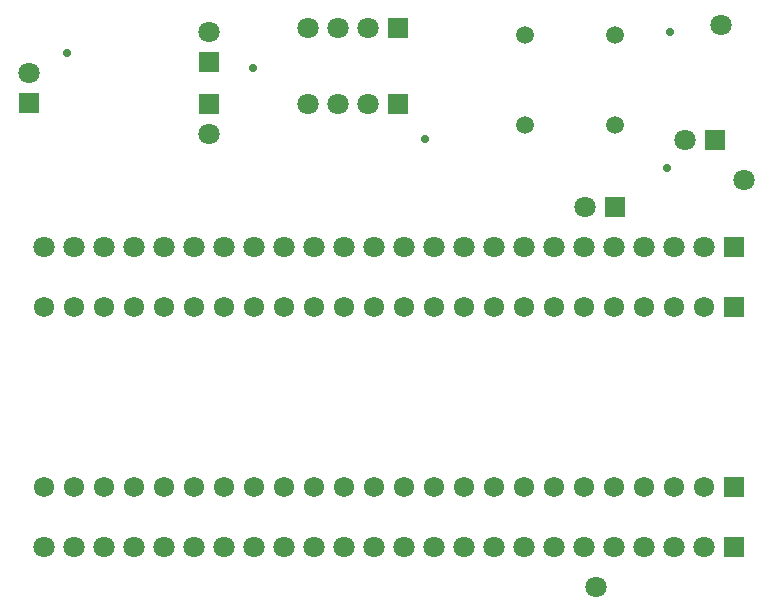
<source format=gbs>
G04*
G04 #@! TF.GenerationSoftware,Altium Limited,Altium Designer,20.1.12 (249)*
G04*
G04 Layer_Color=16711935*
%FSLAX44Y44*%
%MOMM*%
G71*
G04*
G04 #@! TF.SameCoordinates,28A8639E-1F06-4054-8E9C-96101E26D361*
G04*
G04*
G04 #@! TF.FilePolarity,Negative*
G04*
G01*
G75*
%ADD27C,1.8032*%
%ADD28R,1.8032X1.8032*%
%ADD29R,1.8032X1.8032*%
%ADD30C,1.7232*%
%ADD31R,1.7232X1.7232*%
%ADD32C,1.5132*%
%ADD33C,0.7016*%
D27*
X630000Y367308D02*
D03*
X611000Y499000D02*
D03*
X505000Y23000D02*
D03*
X37900Y56800D02*
D03*
X63300D02*
D03*
X88700D02*
D03*
X114100D02*
D03*
X139500D02*
D03*
X266500D02*
D03*
X342700D02*
D03*
X368100D02*
D03*
X393500D02*
D03*
X444300D02*
D03*
X469700D02*
D03*
X520500D02*
D03*
X571300D02*
D03*
X596700D02*
D03*
X545900D02*
D03*
X495100D02*
D03*
X418900D02*
D03*
X317300D02*
D03*
X291900D02*
D03*
X241100D02*
D03*
X215700D02*
D03*
X190300D02*
D03*
X164900D02*
D03*
X25000Y457700D02*
D03*
X37900Y310800D02*
D03*
X63300D02*
D03*
X88700D02*
D03*
X114100D02*
D03*
X139500D02*
D03*
X266500D02*
D03*
X342700D02*
D03*
X368100D02*
D03*
X393500D02*
D03*
X444300D02*
D03*
X469700D02*
D03*
X520500D02*
D03*
X571300D02*
D03*
X596700D02*
D03*
X545900D02*
D03*
X495100D02*
D03*
X418900D02*
D03*
X317300D02*
D03*
X291900D02*
D03*
X241100D02*
D03*
X215700D02*
D03*
X190300D02*
D03*
X164900D02*
D03*
X495300Y344743D02*
D03*
X580300Y401250D02*
D03*
X261150Y495750D02*
D03*
X286550D02*
D03*
X311950D02*
D03*
X261150Y432058D02*
D03*
X286550D02*
D03*
X311950D02*
D03*
X177750Y406707D02*
D03*
Y492950D02*
D03*
D28*
X622100Y56800D02*
D03*
Y310800D02*
D03*
X520700Y344743D02*
D03*
X605700Y401250D02*
D03*
X337350Y495750D02*
D03*
Y432058D02*
D03*
D29*
X25000Y432300D02*
D03*
X177750Y432107D02*
D03*
Y467550D02*
D03*
D30*
X215700Y107600D02*
D03*
X241100D02*
D03*
X342700D02*
D03*
X393500D02*
D03*
X469700D02*
D03*
X571300D02*
D03*
X596700D02*
D03*
X545900D02*
D03*
X520500D02*
D03*
X495100D02*
D03*
X444300D02*
D03*
X418900D02*
D03*
X368100D02*
D03*
X317300D02*
D03*
X291900D02*
D03*
X266500D02*
D03*
X190300D02*
D03*
X164900D02*
D03*
X139500D02*
D03*
X114100D02*
D03*
X88700D02*
D03*
X63300D02*
D03*
X37900D02*
D03*
X215700Y260000D02*
D03*
X241100D02*
D03*
X342700D02*
D03*
X393500D02*
D03*
X469700D02*
D03*
X571300D02*
D03*
X596700D02*
D03*
X545900D02*
D03*
X520500D02*
D03*
X495100D02*
D03*
X444300D02*
D03*
X418900D02*
D03*
X368100D02*
D03*
X317300D02*
D03*
X291900D02*
D03*
X266500D02*
D03*
X190300D02*
D03*
X164900D02*
D03*
X139500D02*
D03*
X114100D02*
D03*
X88700D02*
D03*
X63300D02*
D03*
X37900D02*
D03*
D31*
X622100Y107600D02*
D03*
Y260000D02*
D03*
D32*
X445000Y413800D02*
D03*
X521200D02*
D03*
Y490000D02*
D03*
X445000D02*
D03*
D33*
X360000Y402500D02*
D03*
X215000Y462500D02*
D03*
X567500Y492500D02*
D03*
X565000Y377500D02*
D03*
X57500Y475000D02*
D03*
M02*

</source>
